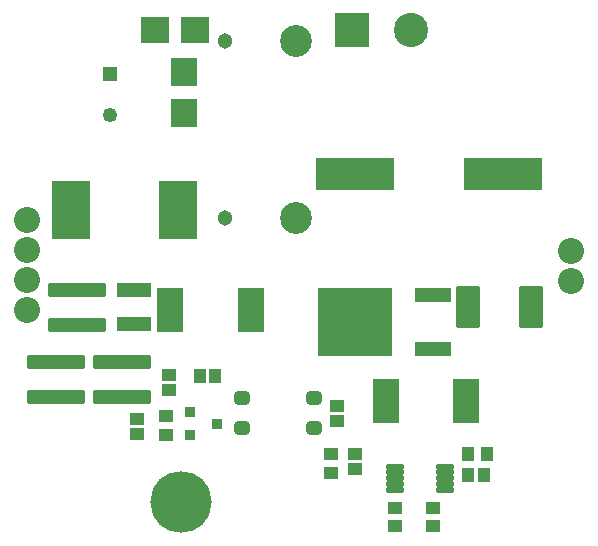
<source format=gts>
G04*
G04 #@! TF.GenerationSoftware,Altium Limited,Altium Designer,24.6.1 (21)*
G04*
G04 Layer_Color=8388736*
%FSLAX44Y44*%
%MOMM*%
G71*
G04*
G04 #@! TF.SameCoordinates,3543CAA1-DD97-48C0-8C70-DC48A9E16949*
G04*
G04*
G04 #@! TF.FilePolarity,Negative*
G04*
G01*
G75*
%ADD28R,3.1750X4.9530*%
%ADD33R,1.2532X1.1032*%
%ADD34R,2.2032X3.8032*%
G04:AMPARAMS|DCode=35|XSize=1.3032mm|YSize=1.1032mm|CornerRadius=0.2141mm|HoleSize=0mm|Usage=FLASHONLY|Rotation=0.000|XOffset=0mm|YOffset=0mm|HoleType=Round|Shape=RoundedRectangle|*
%AMROUNDEDRECTD35*
21,1,1.3032,0.6750,0,0,0.0*
21,1,0.8750,1.1032,0,0,0.0*
1,1,0.4282,0.4375,-0.3375*
1,1,0.4282,-0.4375,-0.3375*
1,1,0.4282,-0.4375,0.3375*
1,1,0.4282,0.4375,0.3375*
%
%ADD35ROUNDEDRECTD35*%
%ADD36R,1.0032X1.1532*%
%ADD37R,1.1532X1.0032*%
%ADD38R,0.9652X0.9652*%
%ADD39R,2.9732X1.3032*%
G04:AMPARAMS|DCode=40|XSize=1.1732mm|YSize=4.9332mm|CornerRadius=0.2229mm|HoleSize=0mm|Usage=FLASHONLY|Rotation=90.000|XOffset=0mm|YOffset=0mm|HoleType=Round|Shape=RoundedRectangle|*
%AMROUNDEDRECTD40*
21,1,1.1732,4.4875,0,0,90.0*
21,1,0.7275,4.9332,0,0,90.0*
1,1,0.4457,2.2438,0.3638*
1,1,0.4457,2.2438,-0.3638*
1,1,0.4457,-2.2438,-0.3638*
1,1,0.4457,-2.2438,0.3638*
%
%ADD40ROUNDEDRECTD40*%
G04:AMPARAMS|DCode=41|XSize=2.1032mm|YSize=3.5732mm|CornerRadius=0.1681mm|HoleSize=0mm|Usage=FLASHONLY|Rotation=180.000|XOffset=0mm|YOffset=0mm|HoleType=Round|Shape=RoundedRectangle|*
%AMROUNDEDRECTD41*
21,1,2.1032,3.2370,0,0,180.0*
21,1,1.7670,3.5732,0,0,180.0*
1,1,0.3362,-0.8835,1.6185*
1,1,0.3362,0.8835,1.6185*
1,1,0.3362,0.8835,-1.6185*
1,1,0.3362,-0.8835,-1.6185*
%
%ADD41ROUNDEDRECTD41*%
G04:AMPARAMS|DCode=42|XSize=1.6032mm|YSize=0.4832mm|CornerRadius=0.1366mm|HoleSize=0mm|Usage=FLASHONLY|Rotation=180.000|XOffset=0mm|YOffset=0mm|HoleType=Round|Shape=RoundedRectangle|*
%AMROUNDEDRECTD42*
21,1,1.6032,0.2100,0,0,180.0*
21,1,1.3300,0.4832,0,0,180.0*
1,1,0.2732,-0.6650,0.1050*
1,1,0.2732,0.6650,0.1050*
1,1,0.2732,0.6650,-0.1050*
1,1,0.2732,-0.6650,-0.1050*
%
%ADD42ROUNDEDRECTD42*%
%ADD43R,1.1032X1.2532*%
%ADD44R,6.7032X2.7032*%
%ADD45R,2.3032X2.4532*%
%ADD46R,3.0332X1.1732*%
%ADD47R,6.2932X5.8332*%
%ADD48R,2.4532X2.3032*%
%ADD49C,2.2032*%
%ADD50C,1.2500*%
%ADD51R,1.2500X1.2500*%
%ADD52C,2.7032*%
%ADD53C,1.3032*%
%ADD54C,5.2032*%
%ADD55R,2.9032X2.9032*%
%ADD56C,2.9032*%
D28*
X-102415Y47500D02*
D03*
X-192585D02*
D03*
D33*
X113250Y-220750D02*
D03*
Y-204750D02*
D03*
X27500Y-159500D02*
D03*
Y-175500D02*
D03*
X81250Y-204750D02*
D03*
Y-220750D02*
D03*
X-112750Y-127500D02*
D03*
Y-143500D02*
D03*
D34*
X-108850Y-37290D02*
D03*
X-40850D02*
D03*
X141650Y-114790D02*
D03*
X73650D02*
D03*
D35*
X13000Y-112300D02*
D03*
Y-137700D02*
D03*
X-48000D02*
D03*
Y-112300D02*
D03*
D36*
X-83750Y-93500D02*
D03*
X-70750D02*
D03*
X143500Y-177000D02*
D03*
X156500D02*
D03*
D37*
X-110000Y-105500D02*
D03*
Y-92500D02*
D03*
X32500Y-118500D02*
D03*
Y-131500D02*
D03*
X47500Y-159500D02*
D03*
Y-172500D02*
D03*
X-137000Y-129500D02*
D03*
Y-142500D02*
D03*
D38*
X-69500Y-133750D02*
D03*
X-92360Y-124225D02*
D03*
Y-143275D02*
D03*
D39*
X-140000Y-20870D02*
D03*
Y-49130D02*
D03*
D40*
X-187500Y-20200D02*
D03*
Y-49800D02*
D03*
X-150000Y-111300D02*
D03*
Y-81700D02*
D03*
X-205250D02*
D03*
Y-111300D02*
D03*
D41*
X196600Y-35000D02*
D03*
X143400D02*
D03*
D42*
X81100Y-170000D02*
D03*
Y-175000D02*
D03*
Y-180000D02*
D03*
Y-185000D02*
D03*
Y-190000D02*
D03*
X123900Y-170000D02*
D03*
Y-175000D02*
D03*
Y-180000D02*
D03*
Y-185000D02*
D03*
Y-190000D02*
D03*
D43*
X143250Y-159250D02*
D03*
X159250D02*
D03*
D44*
X47500Y77500D02*
D03*
X172500D02*
D03*
D45*
X-97500Y164000D02*
D03*
Y129500D02*
D03*
D46*
X113900Y-70400D02*
D03*
Y-24600D02*
D03*
D47*
X47400Y-47500D02*
D03*
D48*
X-122250Y200000D02*
D03*
X-87750D02*
D03*
D49*
X230000Y12700D02*
D03*
Y-12700D02*
D03*
X-230000Y38300D02*
D03*
Y12900D02*
D03*
Y-37900D02*
D03*
Y-12500D02*
D03*
D50*
X-160000Y127500D02*
D03*
D51*
Y162500D02*
D03*
D52*
X-2500Y190000D02*
D03*
Y40000D02*
D03*
D53*
X-62500Y190000D02*
D03*
Y40000D02*
D03*
D54*
X-100000Y-200000D02*
D03*
D55*
X45000Y200000D02*
D03*
D56*
X95000D02*
D03*
M02*

</source>
